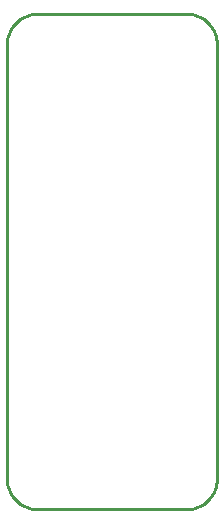
<source format=gbr>
G04 EAGLE Gerber RS-274X export*
G75*
%MOMM*%
%FSLAX34Y34*%
%LPD*%
%IN*%
%IPPOS*%
%AMOC8*
5,1,8,0,0,1.08239X$1,22.5*%
G01*
%ADD10C,0.254000*%


D10*
X0Y25400D02*
X97Y23186D01*
X386Y20989D01*
X865Y18826D01*
X1532Y16713D01*
X2380Y14666D01*
X3403Y12700D01*
X4594Y10831D01*
X5942Y9073D01*
X7440Y7440D01*
X9073Y5942D01*
X10831Y4594D01*
X12700Y3403D01*
X14666Y2380D01*
X16713Y1532D01*
X18826Y865D01*
X20989Y386D01*
X23186Y97D01*
X25400Y0D01*
X152400Y0D01*
X154614Y97D01*
X156811Y386D01*
X158974Y865D01*
X161087Y1532D01*
X163135Y2380D01*
X165100Y3403D01*
X166969Y4594D01*
X168727Y5942D01*
X170361Y7440D01*
X171858Y9073D01*
X173206Y10831D01*
X174397Y12700D01*
X175420Y14666D01*
X176268Y16713D01*
X176935Y18826D01*
X177414Y20989D01*
X177703Y23186D01*
X177800Y25400D01*
X177800Y393700D01*
X177703Y395914D01*
X177414Y398111D01*
X176935Y400274D01*
X176268Y402387D01*
X175420Y404435D01*
X174397Y406400D01*
X173206Y408269D01*
X171858Y410027D01*
X170361Y411661D01*
X168727Y413158D01*
X166969Y414506D01*
X165100Y415697D01*
X163135Y416720D01*
X161087Y417568D01*
X158974Y418235D01*
X156811Y418714D01*
X154614Y419003D01*
X152400Y419100D01*
X25400Y419100D01*
X23186Y419003D01*
X20989Y418714D01*
X18826Y418235D01*
X16713Y417568D01*
X14666Y416720D01*
X12700Y415697D01*
X10831Y414506D01*
X9073Y413158D01*
X7440Y411661D01*
X5942Y410027D01*
X4594Y408269D01*
X3403Y406400D01*
X2380Y404435D01*
X1532Y402387D01*
X865Y400274D01*
X386Y398111D01*
X97Y395914D01*
X0Y393700D01*
X0Y25400D01*
M02*

</source>
